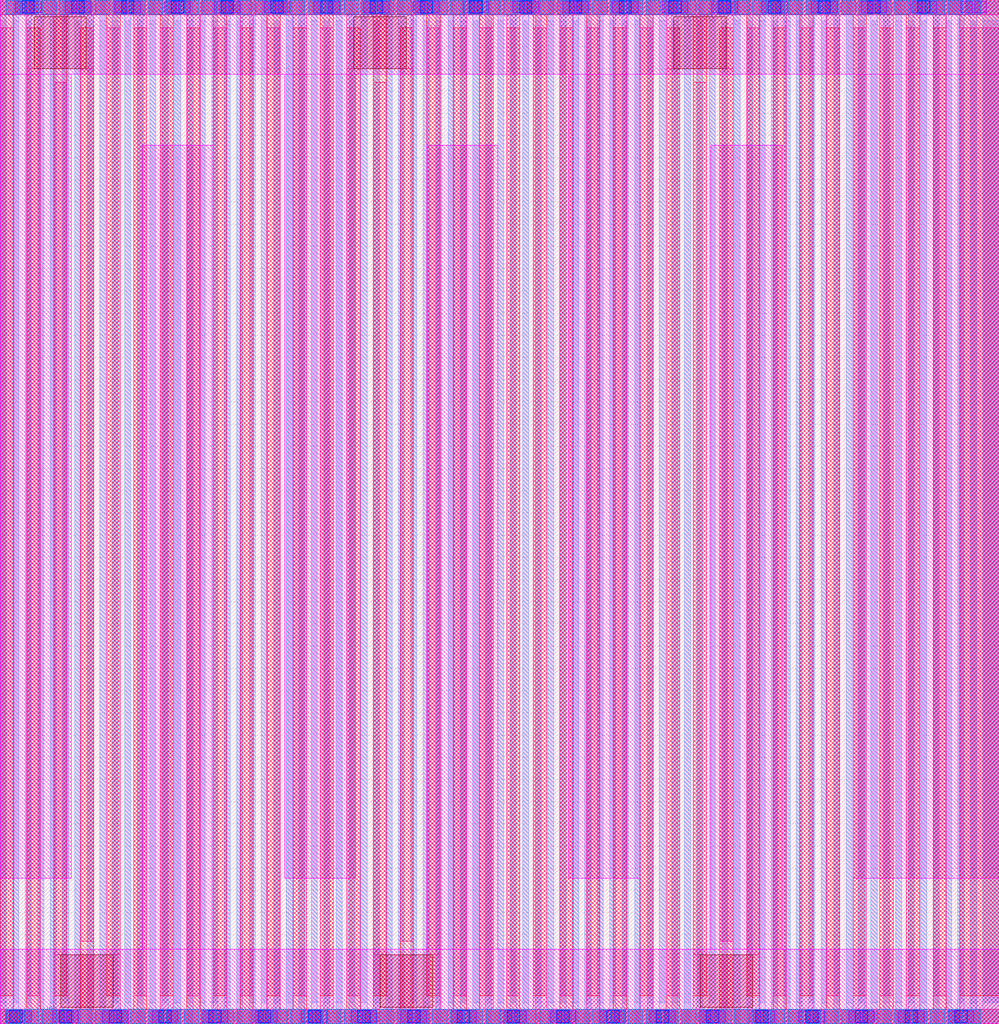
<source format=lef>
# Copyright 2020 The SkyWater PDK Authors
#
# Licensed under the Apache License, Version 2.0 (the "License");
# you may not use this file except in compliance with the License.
# You may obtain a copy of the License at
#
#     https://www.apache.org/licenses/LICENSE-2.0
#
# Unless required by applicable law or agreed to in writing, software
# distributed under the License is distributed on an "AS IS" BASIS,
# WITHOUT WARRANTIES OR CONDITIONS OF ANY KIND, either express or implied.
# See the License for the specific language governing permissions and
# limitations under the License.
#
# SPDX-License-Identifier: Apache-2.0

VERSION 5.7 ;
  NOWIREEXTENSIONATPIN ON ;
  DIVIDERCHAR "/" ;
  BUSBITCHARS "[]" ;
MACRO sky130_fd_pr__cap_vpp_22p5x23p1_pol1m1m2m3m4m5_noshield
  CLASS BLOCK ;
  FOREIGN sky130_fd_pr__cap_vpp_22p5x23p1_pol1m1m2m3m4m5_noshield ;
  ORIGIN  0.000000  0.000000 ;
  SIZE  22.49000 BY  23.05000 ;
  OBS
    LAYER li1 ;
      RECT  0.000000  0.000000 22.490000  0.330000 ;
      RECT  0.000000  0.330000  0.140000 22.580000 ;
      RECT  0.000000 22.720000 22.490000 23.050000 ;
      RECT  0.280000  0.470000  0.420000 22.720000 ;
      RECT  0.560000  0.330000  0.700000 22.580000 ;
      RECT  0.840000  0.470000  0.980000 22.720000 ;
      RECT  1.120000  0.330000  1.260000 22.580000 ;
      RECT  1.400000  0.470000  1.540000 22.720000 ;
      RECT  1.680000  0.330000  1.820000 22.580000 ;
      RECT  1.960000  0.470000  2.100000 22.720000 ;
      RECT  2.240000  0.330000  2.380000 22.580000 ;
      RECT  2.520000  0.470000  2.660000 22.720000 ;
      RECT  2.800000  0.330000  2.940000 22.580000 ;
      RECT  3.080000  0.470000  3.220000 22.720000 ;
      RECT  3.360000  0.330000  3.500000 22.580000 ;
      RECT  3.640000  0.470000  3.780000 22.720000 ;
      RECT  3.920000  0.330000  4.060000 22.580000 ;
      RECT  4.200000  0.470000  4.340000 22.720000 ;
      RECT  4.480000  0.330000  4.620000 22.580000 ;
      RECT  4.760000  0.470000  4.900000 22.720000 ;
      RECT  5.040000  0.330000  5.180000 22.580000 ;
      RECT  5.320000  0.470000  5.460000 22.720000 ;
      RECT  5.600000  0.330000  5.740000 22.580000 ;
      RECT  5.880000  0.470000  6.020000 22.720000 ;
      RECT  6.160000  0.330000  6.300000 22.580000 ;
      RECT  6.440000  0.470000  6.580000 22.720000 ;
      RECT  6.720000  0.330000  6.860000 22.580000 ;
      RECT  7.000000  0.470000  7.140000 22.720000 ;
      RECT  7.280000  0.330000  7.420000 22.580000 ;
      RECT  7.560000  0.470000  7.700000 22.720000 ;
      RECT  7.840000  0.330000  7.980000 22.580000 ;
      RECT  8.120000  0.470000  8.260000 22.720000 ;
      RECT  8.400000  0.330000  8.540000 22.580000 ;
      RECT  8.680000  0.470000  8.820000 22.720000 ;
      RECT  8.960000  0.330000  9.100000 22.580000 ;
      RECT  9.240000  0.470000  9.380000 22.720000 ;
      RECT  9.520000  0.330000  9.660000 22.580000 ;
      RECT  9.800000  0.470000  9.940000 22.720000 ;
      RECT 10.080000  0.330000 10.220000 22.580000 ;
      RECT 10.360000  0.470000 10.500000 22.720000 ;
      RECT 10.640000  0.330000 10.780000 22.580000 ;
      RECT 10.920000  0.470000 11.060000 22.720000 ;
      RECT 11.200000  0.330000 11.340000 22.580000 ;
      RECT 11.480000  0.470000 11.620000 22.720000 ;
      RECT 11.760000  0.330000 11.900000 22.580000 ;
      RECT 12.040000  0.470000 12.180000 22.720000 ;
      RECT 12.320000  0.330000 12.460000 22.580000 ;
      RECT 12.600000  0.470000 12.740000 22.720000 ;
      RECT 12.880000  0.330000 13.020000 22.580000 ;
      RECT 13.160000  0.470000 13.300000 22.720000 ;
      RECT 13.440000  0.330000 13.580000 22.580000 ;
      RECT 13.720000  0.470000 13.860000 22.720000 ;
      RECT 14.000000  0.330000 14.140000 22.580000 ;
      RECT 14.280000  0.470000 14.420000 22.720000 ;
      RECT 14.560000  0.330000 14.700000 22.580000 ;
      RECT 14.840000  0.470000 14.980000 22.720000 ;
      RECT 15.120000  0.330000 15.260000 22.580000 ;
      RECT 15.400000  0.470000 15.540000 22.720000 ;
      RECT 15.680000  0.330000 15.820000 22.580000 ;
      RECT 15.960000  0.470000 16.100000 22.720000 ;
      RECT 16.240000  0.330000 16.380000 22.580000 ;
      RECT 16.520000  0.470000 16.660000 22.720000 ;
      RECT 16.800000  0.330000 16.940000 22.580000 ;
      RECT 17.080000  0.470000 17.220000 22.720000 ;
      RECT 17.360000  0.330000 17.500000 22.580000 ;
      RECT 17.640000  0.470000 17.780000 22.720000 ;
      RECT 17.920000  0.330000 18.060000 22.580000 ;
      RECT 18.200000  0.470000 18.340000 22.720000 ;
      RECT 18.480000  0.330000 18.620000 22.580000 ;
      RECT 18.760000  0.470000 18.900000 22.720000 ;
      RECT 19.040000  0.330000 19.180000 22.580000 ;
      RECT 19.320000  0.470000 19.460000 22.720000 ;
      RECT 19.600000  0.330000 19.740000 22.580000 ;
      RECT 19.880000  0.470000 20.020000 22.720000 ;
      RECT 20.160000  0.330000 20.300000 22.580000 ;
      RECT 20.440000  0.470000 20.580000 22.720000 ;
      RECT 20.720000  0.330000 20.860000 22.580000 ;
      RECT 21.000000  0.470000 21.140000 22.720000 ;
      RECT 21.280000  0.330000 21.420000 22.580000 ;
      RECT 21.560000  0.470000 21.700000 22.720000 ;
      RECT 21.840000  0.330000 21.980000 22.580000 ;
      RECT 22.120000  0.470000 22.490000 22.720000 ;
    LAYER mcon ;
      RECT  0.190000  0.080000  0.360000  0.250000 ;
      RECT  0.190000 22.800000  0.360000 22.970000 ;
      RECT  0.550000  0.080000  0.720000  0.250000 ;
      RECT  0.550000 22.800000  0.720000 22.970000 ;
      RECT  0.910000  0.080000  1.080000  0.250000 ;
      RECT  0.910000 22.800000  1.080000 22.970000 ;
      RECT  1.270000  0.080000  1.440000  0.250000 ;
      RECT  1.270000 22.800000  1.440000 22.970000 ;
      RECT  1.630000  0.080000  1.800000  0.250000 ;
      RECT  1.630000 22.800000  1.800000 22.970000 ;
      RECT  1.990000  0.080000  2.160000  0.250000 ;
      RECT  1.990000 22.800000  2.160000 22.970000 ;
      RECT  2.350000  0.080000  2.520000  0.250000 ;
      RECT  2.350000 22.800000  2.520000 22.970000 ;
      RECT  2.710000  0.080000  2.880000  0.250000 ;
      RECT  2.710000 22.800000  2.880000 22.970000 ;
      RECT  3.070000  0.080000  3.240000  0.250000 ;
      RECT  3.070000 22.800000  3.240000 22.970000 ;
      RECT  3.430000  0.080000  3.600000  0.250000 ;
      RECT  3.430000 22.800000  3.600000 22.970000 ;
      RECT  3.790000  0.080000  3.960000  0.250000 ;
      RECT  3.790000 22.800000  3.960000 22.970000 ;
      RECT  4.150000  0.080000  4.320000  0.250000 ;
      RECT  4.150000 22.800000  4.320000 22.970000 ;
      RECT  4.510000  0.080000  4.680000  0.250000 ;
      RECT  4.510000 22.800000  4.680000 22.970000 ;
      RECT  4.870000  0.080000  5.040000  0.250000 ;
      RECT  4.870000 22.800000  5.040000 22.970000 ;
      RECT  5.230000  0.080000  5.400000  0.250000 ;
      RECT  5.230000 22.800000  5.400000 22.970000 ;
      RECT  5.590000  0.080000  5.760000  0.250000 ;
      RECT  5.590000 22.800000  5.760000 22.970000 ;
      RECT  5.950000  0.080000  6.120000  0.250000 ;
      RECT  5.950000 22.800000  6.120000 22.970000 ;
      RECT  6.310000  0.080000  6.480000  0.250000 ;
      RECT  6.310000 22.800000  6.480000 22.970000 ;
      RECT  6.670000  0.080000  6.840000  0.250000 ;
      RECT  6.670000 22.800000  6.840000 22.970000 ;
      RECT  7.030000  0.080000  7.200000  0.250000 ;
      RECT  7.030000 22.800000  7.200000 22.970000 ;
      RECT  7.390000  0.080000  7.560000  0.250000 ;
      RECT  7.390000 22.800000  7.560000 22.970000 ;
      RECT  7.750000  0.080000  7.920000  0.250000 ;
      RECT  7.750000 22.800000  7.920000 22.970000 ;
      RECT  8.110000  0.080000  8.280000  0.250000 ;
      RECT  8.110000 22.800000  8.280000 22.970000 ;
      RECT  8.470000  0.080000  8.640000  0.250000 ;
      RECT  8.470000 22.800000  8.640000 22.970000 ;
      RECT  8.830000  0.080000  9.000000  0.250000 ;
      RECT  8.830000 22.800000  9.000000 22.970000 ;
      RECT  9.190000  0.080000  9.360000  0.250000 ;
      RECT  9.190000 22.800000  9.360000 22.970000 ;
      RECT  9.550000  0.080000  9.720000  0.250000 ;
      RECT  9.550000 22.800000  9.720000 22.970000 ;
      RECT  9.910000  0.080000 10.080000  0.250000 ;
      RECT  9.910000 22.800000 10.080000 22.970000 ;
      RECT 10.270000  0.080000 10.440000  0.250000 ;
      RECT 10.270000 22.800000 10.440000 22.970000 ;
      RECT 10.630000  0.080000 10.800000  0.250000 ;
      RECT 10.630000 22.800000 10.800000 22.970000 ;
      RECT 10.990000  0.080000 11.160000  0.250000 ;
      RECT 10.990000 22.800000 11.160000 22.970000 ;
      RECT 11.350000  0.080000 11.520000  0.250000 ;
      RECT 11.350000 22.800000 11.520000 22.970000 ;
      RECT 11.710000  0.080000 11.880000  0.250000 ;
      RECT 11.710000 22.800000 11.880000 22.970000 ;
      RECT 12.070000  0.080000 12.240000  0.250000 ;
      RECT 12.070000 22.800000 12.240000 22.970000 ;
      RECT 12.430000  0.080000 12.600000  0.250000 ;
      RECT 12.430000 22.800000 12.600000 22.970000 ;
      RECT 12.790000  0.080000 12.960000  0.250000 ;
      RECT 12.790000 22.800000 12.960000 22.970000 ;
      RECT 13.150000  0.080000 13.320000  0.250000 ;
      RECT 13.150000 22.800000 13.320000 22.970000 ;
      RECT 13.510000  0.080000 13.680000  0.250000 ;
      RECT 13.510000 22.800000 13.680000 22.970000 ;
      RECT 13.870000  0.080000 14.040000  0.250000 ;
      RECT 13.870000 22.800000 14.040000 22.970000 ;
      RECT 14.230000  0.080000 14.400000  0.250000 ;
      RECT 14.230000 22.800000 14.400000 22.970000 ;
      RECT 14.590000  0.080000 14.760000  0.250000 ;
      RECT 14.590000 22.800000 14.760000 22.970000 ;
      RECT 14.950000  0.080000 15.120000  0.250000 ;
      RECT 14.950000 22.800000 15.120000 22.970000 ;
      RECT 15.310000  0.080000 15.480000  0.250000 ;
      RECT 15.310000 22.800000 15.480000 22.970000 ;
      RECT 15.670000  0.080000 15.840000  0.250000 ;
      RECT 15.670000 22.800000 15.840000 22.970000 ;
      RECT 16.030000  0.080000 16.200000  0.250000 ;
      RECT 16.030000 22.800000 16.200000 22.970000 ;
      RECT 16.390000  0.080000 16.560000  0.250000 ;
      RECT 16.390000 22.800000 16.560000 22.970000 ;
      RECT 16.750000  0.080000 16.920000  0.250000 ;
      RECT 16.750000 22.800000 16.920000 22.970000 ;
      RECT 17.110000  0.080000 17.280000  0.250000 ;
      RECT 17.110000 22.800000 17.280000 22.970000 ;
      RECT 17.470000  0.080000 17.640000  0.250000 ;
      RECT 17.470000 22.800000 17.640000 22.970000 ;
      RECT 17.830000  0.080000 18.000000  0.250000 ;
      RECT 17.830000 22.800000 18.000000 22.970000 ;
      RECT 18.190000  0.080000 18.360000  0.250000 ;
      RECT 18.190000 22.800000 18.360000 22.970000 ;
      RECT 18.550000  0.080000 18.720000  0.250000 ;
      RECT 18.550000 22.800000 18.720000 22.970000 ;
      RECT 18.910000  0.080000 19.080000  0.250000 ;
      RECT 18.910000 22.800000 19.080000 22.970000 ;
      RECT 19.270000  0.080000 19.440000  0.250000 ;
      RECT 19.270000 22.800000 19.440000 22.970000 ;
      RECT 19.630000  0.080000 19.800000  0.250000 ;
      RECT 19.630000 22.800000 19.800000 22.970000 ;
      RECT 19.990000  0.080000 20.160000  0.250000 ;
      RECT 19.990000 22.800000 20.160000 22.970000 ;
      RECT 20.350000  0.080000 20.520000  0.250000 ;
      RECT 20.350000 22.800000 20.520000 22.970000 ;
      RECT 20.710000  0.080000 20.880000  0.250000 ;
      RECT 20.710000 22.800000 20.880000 22.970000 ;
      RECT 21.070000  0.080000 21.240000  0.250000 ;
      RECT 21.070000 22.800000 21.240000 22.970000 ;
      RECT 21.430000  0.080000 21.600000  0.250000 ;
      RECT 21.430000 22.800000 21.600000 22.970000 ;
      RECT 21.790000  0.080000 21.960000  0.250000 ;
      RECT 21.790000 22.800000 21.960000 22.970000 ;
    LAYER met1 ;
      RECT  0.000000  0.000000 22.490000  0.330000 ;
      RECT  0.000000  0.470000  0.140000 22.720000 ;
      RECT  0.000000 22.720000 22.490000 23.050000 ;
      RECT  0.280000  0.330000  0.420000 22.580000 ;
      RECT  0.560000  0.470000  0.700000 22.720000 ;
      RECT  0.840000  0.330000  0.980000 22.580000 ;
      RECT  1.120000  0.470000  1.260000 22.720000 ;
      RECT  1.400000  0.330000  1.540000 22.580000 ;
      RECT  1.680000  0.470000  1.820000 22.720000 ;
      RECT  1.960000  0.330000  2.100000 22.580000 ;
      RECT  2.240000  0.470000  2.380000 22.720000 ;
      RECT  2.520000  0.330000  2.660000 22.580000 ;
      RECT  2.800000  0.470000  2.940000 22.720000 ;
      RECT  3.080000  0.330000  3.220000 22.580000 ;
      RECT  3.360000  0.470000  3.500000 22.720000 ;
      RECT  3.640000  0.330000  3.780000 22.580000 ;
      RECT  3.920000  0.470000  4.060000 22.720000 ;
      RECT  4.200000  0.330000  4.340000 22.580000 ;
      RECT  4.480000  0.470000  4.620000 22.720000 ;
      RECT  4.760000  0.330000  4.900000 22.580000 ;
      RECT  5.040000  0.470000  5.180000 22.720000 ;
      RECT  5.320000  0.330000  5.460000 22.580000 ;
      RECT  5.600000  0.470000  5.740000 22.720000 ;
      RECT  5.880000  0.330000  6.020000 22.580000 ;
      RECT  6.160000  0.470000  6.300000 22.720000 ;
      RECT  6.440000  0.330000  6.580000 22.580000 ;
      RECT  6.720000  0.470000  6.860000 22.720000 ;
      RECT  7.000000  0.330000  7.140000 22.580000 ;
      RECT  7.280000  0.470000  7.420000 22.720000 ;
      RECT  7.560000  0.330000  7.700000 22.580000 ;
      RECT  7.840000  0.470000  7.980000 22.720000 ;
      RECT  8.120000  0.330000  8.260000 22.580000 ;
      RECT  8.400000  0.470000  8.540000 22.720000 ;
      RECT  8.680000  0.330000  8.820000 22.580000 ;
      RECT  8.960000  0.470000  9.100000 22.720000 ;
      RECT  9.240000  0.330000  9.380000 22.580000 ;
      RECT  9.520000  0.470000  9.660000 22.720000 ;
      RECT  9.800000  0.330000  9.940000 22.580000 ;
      RECT 10.080000  0.470000 10.220000 22.720000 ;
      RECT 10.360000  0.330000 10.500000 22.580000 ;
      RECT 10.640000  0.470000 10.780000 22.720000 ;
      RECT 10.920000  0.330000 11.060000 22.580000 ;
      RECT 11.200000  0.470000 11.340000 22.720000 ;
      RECT 11.480000  0.330000 11.620000 22.580000 ;
      RECT 11.760000  0.470000 11.900000 22.720000 ;
      RECT 12.040000  0.330000 12.180000 22.580000 ;
      RECT 12.320000  0.470000 12.460000 22.720000 ;
      RECT 12.600000  0.330000 12.740000 22.580000 ;
      RECT 12.880000  0.470000 13.020000 22.720000 ;
      RECT 13.160000  0.330000 13.300000 22.580000 ;
      RECT 13.440000  0.470000 13.580000 22.720000 ;
      RECT 13.720000  0.330000 13.860000 22.580000 ;
      RECT 14.000000  0.470000 14.140000 22.720000 ;
      RECT 14.280000  0.330000 14.420000 22.580000 ;
      RECT 14.560000  0.470000 14.700000 22.720000 ;
      RECT 14.840000  0.330000 14.980000 22.580000 ;
      RECT 15.120000  0.470000 15.260000 22.720000 ;
      RECT 15.400000  0.330000 15.540000 22.580000 ;
      RECT 15.680000  0.470000 15.820000 22.720000 ;
      RECT 15.960000  0.330000 16.100000 22.580000 ;
      RECT 16.240000  0.470000 16.380000 22.720000 ;
      RECT 16.520000  0.330000 16.660000 22.580000 ;
      RECT 16.800000  0.470000 16.940000 22.720000 ;
      RECT 17.080000  0.330000 17.220000 22.580000 ;
      RECT 17.360000  0.470000 17.500000 22.720000 ;
      RECT 17.640000  0.330000 17.780000 22.580000 ;
      RECT 17.920000  0.470000 18.060000 22.720000 ;
      RECT 18.200000  0.330000 18.340000 22.580000 ;
      RECT 18.480000  0.470000 18.620000 22.720000 ;
      RECT 18.760000  0.330000 18.900000 22.580000 ;
      RECT 19.040000  0.470000 19.180000 22.720000 ;
      RECT 19.320000  0.330000 19.460000 22.580000 ;
      RECT 19.600000  0.470000 19.740000 22.720000 ;
      RECT 19.880000  0.330000 20.020000 22.580000 ;
      RECT 20.160000  0.470000 20.300000 22.720000 ;
      RECT 20.440000  0.330000 20.580000 22.580000 ;
      RECT 20.720000  0.470000 20.860000 22.720000 ;
      RECT 21.000000  0.330000 21.140000 22.580000 ;
      RECT 21.280000  0.470000 21.420000 22.720000 ;
      RECT 21.560000  0.330000 21.700000 22.580000 ;
      RECT 21.840000  0.470000 21.980000 22.720000 ;
      RECT 22.120000  0.330000 22.490000 22.580000 ;
    LAYER met2 ;
      RECT  0.000000  0.000000  0.700000  0.330000 ;
      RECT  0.000000  0.330000  0.140000 23.050000 ;
      RECT  0.280000  0.470000  0.420000 22.720000 ;
      RECT  0.280000 22.720000  0.980000 23.050000 ;
      RECT  0.560000  0.330000  0.700000 22.580000 ;
      RECT  0.840000  0.000000  0.980000 22.720000 ;
      RECT  1.120000  0.000000  1.820000  0.330000 ;
      RECT  1.120000  0.330000  1.260000 23.050000 ;
      RECT  1.400000  0.470000  1.540000 22.720000 ;
      RECT  1.400000 22.720000  2.100000 23.050000 ;
      RECT  1.680000  0.330000  1.820000 22.580000 ;
      RECT  1.960000  0.000000  2.100000 22.720000 ;
      RECT  2.240000  0.000000  2.940000  0.330000 ;
      RECT  2.240000  0.330000  2.380000 23.050000 ;
      RECT  2.520000  0.470000  2.660000 22.720000 ;
      RECT  2.520000 22.720000  3.220000 23.050000 ;
      RECT  2.800000  0.330000  2.940000 22.580000 ;
      RECT  3.080000  0.000000  3.220000 22.720000 ;
      RECT  3.360000  0.000000  4.060000  0.330000 ;
      RECT  3.360000  0.330000  3.500000 23.050000 ;
      RECT  3.640000  0.470000  3.780000 22.720000 ;
      RECT  3.640000 22.720000  4.340000 23.050000 ;
      RECT  3.920000  0.330000  4.060000 22.580000 ;
      RECT  4.200000  0.000000  4.340000 22.720000 ;
      RECT  4.480000  0.000000  5.180000  0.330000 ;
      RECT  4.480000  0.330000  4.620000 23.050000 ;
      RECT  4.760000  0.470000  4.900000 22.720000 ;
      RECT  4.760000 22.720000  5.460000 23.050000 ;
      RECT  5.040000  0.330000  5.180000 22.580000 ;
      RECT  5.320000  0.000000  5.460000 22.720000 ;
      RECT  5.600000  0.000000  6.300000  0.330000 ;
      RECT  5.600000  0.330000  5.740000 23.050000 ;
      RECT  5.880000  0.470000  6.020000 22.720000 ;
      RECT  5.880000 22.720000  6.580000 23.050000 ;
      RECT  6.160000  0.330000  6.300000 22.580000 ;
      RECT  6.440000  0.000000  6.580000 22.720000 ;
      RECT  6.720000  0.000000  7.420000  0.330000 ;
      RECT  6.720000  0.330000  6.860000 23.050000 ;
      RECT  7.000000  0.470000  7.140000 22.720000 ;
      RECT  7.000000 22.720000  7.700000 23.050000 ;
      RECT  7.280000  0.330000  7.420000 22.580000 ;
      RECT  7.560000  0.000000  7.700000 22.720000 ;
      RECT  7.840000  0.000000  8.540000  0.330000 ;
      RECT  7.840000  0.330000  7.980000 23.050000 ;
      RECT  8.120000  0.470000  8.260000 22.720000 ;
      RECT  8.120000 22.720000  8.820000 23.050000 ;
      RECT  8.400000  0.330000  8.540000 22.580000 ;
      RECT  8.680000  0.000000  8.820000 22.720000 ;
      RECT  8.960000  0.000000  9.660000  0.330000 ;
      RECT  8.960000  0.330000  9.100000 23.050000 ;
      RECT  9.240000  0.470000  9.380000 22.720000 ;
      RECT  9.240000 22.720000  9.940000 23.050000 ;
      RECT  9.520000  0.330000  9.660000 22.580000 ;
      RECT  9.800000  0.000000  9.940000 22.720000 ;
      RECT 10.080000  0.000000 10.780000  0.330000 ;
      RECT 10.080000  0.330000 10.220000 23.050000 ;
      RECT 10.360000  0.470000 10.500000 22.720000 ;
      RECT 10.360000 22.720000 11.060000 23.050000 ;
      RECT 10.640000  0.330000 10.780000 22.580000 ;
      RECT 10.920000  0.000000 11.060000 22.720000 ;
      RECT 11.200000  0.000000 11.900000  0.330000 ;
      RECT 11.200000  0.330000 11.340000 23.050000 ;
      RECT 11.480000  0.470000 11.620000 22.720000 ;
      RECT 11.480000 22.720000 12.180000 23.050000 ;
      RECT 11.760000  0.330000 11.900000 22.580000 ;
      RECT 12.040000  0.000000 12.180000 22.720000 ;
      RECT 12.320000  0.000000 13.020000  0.330000 ;
      RECT 12.320000  0.330000 12.460000 23.050000 ;
      RECT 12.600000  0.470000 12.740000 22.720000 ;
      RECT 12.600000 22.720000 13.300000 23.050000 ;
      RECT 12.880000  0.330000 13.020000 22.580000 ;
      RECT 13.160000  0.000000 13.300000 22.720000 ;
      RECT 13.440000  0.000000 14.140000  0.330000 ;
      RECT 13.440000  0.330000 13.580000 23.050000 ;
      RECT 13.720000  0.470000 13.860000 22.720000 ;
      RECT 13.720000 22.720000 14.420000 23.050000 ;
      RECT 14.000000  0.330000 14.140000 22.580000 ;
      RECT 14.280000  0.000000 14.420000 22.720000 ;
      RECT 14.560000  0.000000 15.260000  0.330000 ;
      RECT 14.560000  0.330000 14.700000 23.050000 ;
      RECT 14.840000  0.470000 14.980000 22.720000 ;
      RECT 14.840000 22.720000 15.540000 23.050000 ;
      RECT 15.120000  0.330000 15.260000 22.580000 ;
      RECT 15.400000  0.000000 15.540000 22.720000 ;
      RECT 15.680000  0.000000 16.380000  0.330000 ;
      RECT 15.680000  0.330000 15.820000 23.050000 ;
      RECT 15.960000  0.470000 16.100000 22.720000 ;
      RECT 15.960000 22.720000 16.660000 23.050000 ;
      RECT 16.240000  0.330000 16.380000 22.580000 ;
      RECT 16.520000  0.000000 16.660000 22.720000 ;
      RECT 16.800000  0.000000 17.500000  0.330000 ;
      RECT 16.800000  0.330000 16.940000 23.050000 ;
      RECT 17.080000  0.470000 17.220000 22.720000 ;
      RECT 17.080000 22.720000 17.780000 23.050000 ;
      RECT 17.360000  0.330000 17.500000 22.580000 ;
      RECT 17.640000  0.000000 17.780000 22.720000 ;
      RECT 17.920000  0.000000 18.620000  0.330000 ;
      RECT 17.920000  0.330000 18.060000 23.050000 ;
      RECT 18.200000  0.470000 18.340000 22.720000 ;
      RECT 18.200000 22.720000 18.900000 23.050000 ;
      RECT 18.480000  0.330000 18.620000 22.580000 ;
      RECT 18.760000  0.000000 18.900000 22.720000 ;
      RECT 19.040000  0.000000 19.740000  0.330000 ;
      RECT 19.040000  0.330000 19.180000 23.050000 ;
      RECT 19.320000  0.470000 19.460000 22.720000 ;
      RECT 19.320000 22.720000 20.020000 23.050000 ;
      RECT 19.600000  0.330000 19.740000 22.580000 ;
      RECT 19.880000  0.000000 20.020000 22.720000 ;
      RECT 20.160000  0.000000 20.860000  0.330000 ;
      RECT 20.160000  0.330000 20.300000 23.050000 ;
      RECT 20.440000  0.470000 20.580000 22.720000 ;
      RECT 20.440000 22.720000 22.490000 23.050000 ;
      RECT 20.720000  0.330000 20.860000 22.580000 ;
      RECT 21.000000  0.000000 21.140000 22.720000 ;
      RECT 21.280000  0.000000 22.490000  0.330000 ;
      RECT 21.280000  0.330000 21.420000 22.580000 ;
      RECT 21.560000  0.470000 21.700000 22.720000 ;
      RECT 21.840000  0.330000 21.980000 22.580000 ;
      RECT 22.120000  0.470000 22.490000 22.720000 ;
    LAYER met3 ;
      RECT  0.000000  0.000000 22.490000  0.330000 ;
      RECT  0.000000  0.630000  0.300000 22.720000 ;
      RECT  0.000000 22.720000 22.490000 23.050000 ;
      RECT  0.600000  0.330000  0.900000 22.420000 ;
      RECT  1.200000  0.630000  1.500000 22.720000 ;
      RECT  1.800000  0.330000  2.100000 22.420000 ;
      RECT  2.400000  0.630000  2.700000 22.720000 ;
      RECT  3.000000  0.330000  3.300000 22.420000 ;
      RECT  3.600000  0.630000  3.900000 22.720000 ;
      RECT  4.200000  0.330000  4.500000 22.420000 ;
      RECT  4.800000  0.630000  5.100000 22.720000 ;
      RECT  5.400000  0.330000  5.700000 22.420000 ;
      RECT  6.000000  0.630000  6.300000 22.720000 ;
      RECT  6.600000  0.330000  6.900000 22.420000 ;
      RECT  7.200000  0.630000  7.500000 22.720000 ;
      RECT  7.800000  0.330000  8.100000 22.420000 ;
      RECT  8.400000  0.630000  8.700000 22.720000 ;
      RECT  9.000000  0.330000  9.300000 22.420000 ;
      RECT  9.600000  0.630000  9.900000 22.720000 ;
      RECT 10.200000  0.330000 10.500000 22.420000 ;
      RECT 10.800000  0.630000 11.100000 22.720000 ;
      RECT 11.400000  0.330000 11.700000 22.420000 ;
      RECT 12.000000  0.630000 12.300000 22.720000 ;
      RECT 12.600000  0.330000 12.900000 22.420000 ;
      RECT 13.200000  0.630000 13.500000 22.720000 ;
      RECT 13.800000  0.330000 14.100000 22.420000 ;
      RECT 14.400000  0.630000 14.700000 22.720000 ;
      RECT 15.000000  0.330000 15.300000 22.420000 ;
      RECT 15.600000  0.630000 15.900000 22.720000 ;
      RECT 16.200000  0.330000 16.500000 22.420000 ;
      RECT 16.800000  0.630000 17.100000 22.720000 ;
      RECT 17.400000  0.330000 17.700000 22.420000 ;
      RECT 18.000000  0.630000 18.300000 22.720000 ;
      RECT 18.600000  0.330000 18.900000 22.420000 ;
      RECT 19.200000  0.630000 19.500000 22.720000 ;
      RECT 19.800000  0.330000 20.100000 22.420000 ;
      RECT 20.400000  0.630000 20.700000 22.720000 ;
      RECT 21.000000  0.330000 21.300000 22.420000 ;
      RECT 21.600000  0.630000 22.490000 22.720000 ;
    LAYER met4 ;
      RECT  0.000000  0.000000 22.490000  0.330000 ;
      RECT  0.000000  0.330000  0.300000 22.420000 ;
      RECT  0.000000 22.720000 22.490000 23.050000 ;
      RECT  0.600000  0.630000  0.900000 21.495000 ;
      RECT  0.600000 21.495000  2.100000 22.720000 ;
      RECT  1.200000  0.330000  2.700000  1.555000 ;
      RECT  1.200000  1.555000  1.500000 21.195000 ;
      RECT  1.800000  1.855000  2.100000 21.495000 ;
      RECT  2.400000  1.555000  2.700000 22.420000 ;
      RECT  3.000000  0.630000  3.300000 22.720000 ;
      RECT  3.600000  0.330000  3.900000 22.420000 ;
      RECT  4.200000  0.630000  4.500000 22.720000 ;
      RECT  4.800000  0.330000  5.100000 22.420000 ;
      RECT  5.400000  0.630000  5.700000 22.720000 ;
      RECT  6.000000  0.330000  6.300000 22.420000 ;
      RECT  6.600000  0.630000  6.900000 22.720000 ;
      RECT  7.200000  0.330000  7.500000 22.420000 ;
      RECT  7.800000  0.630000  8.100000 21.495000 ;
      RECT  7.800000 21.495000  9.300000 22.720000 ;
      RECT  8.400000  0.330000  9.900000  1.555000 ;
      RECT  8.400000  1.555000  8.700000 21.195000 ;
      RECT  9.000000  1.855000  9.300000 21.495000 ;
      RECT  9.600000  1.555000  9.900000 22.420000 ;
      RECT 10.200000  0.630000 10.500000 22.720000 ;
      RECT 10.800000  0.330000 11.100000 22.420000 ;
      RECT 11.400000  0.630000 11.700000 22.720000 ;
      RECT 12.000000  0.330000 12.300000 22.420000 ;
      RECT 12.600000  0.630000 12.900000 22.720000 ;
      RECT 13.200000  0.330000 13.500000 22.420000 ;
      RECT 13.800000  0.630000 14.100000 22.720000 ;
      RECT 14.400000  0.330000 14.700000 22.420000 ;
      RECT 15.000000  0.630000 15.300000 21.495000 ;
      RECT 15.000000 21.495000 16.500000 22.720000 ;
      RECT 15.600000  0.330000 17.100000  1.555000 ;
      RECT 15.600000  1.555000 15.900000 21.195000 ;
      RECT 16.200000  1.855000 16.500000 21.495000 ;
      RECT 16.800000  1.555000 17.100000 22.420000 ;
      RECT 17.400000  0.630000 17.700000 22.720000 ;
      RECT 18.000000  0.330000 18.300000 22.420000 ;
      RECT 18.600000  0.630000 18.900000 22.720000 ;
      RECT 19.200000  0.330000 19.500000 22.420000 ;
      RECT 19.800000  0.630000 20.100000 22.720000 ;
      RECT 20.400000  0.330000 20.700000 22.420000 ;
      RECT 21.000000  0.630000 21.300000 22.720000 ;
      RECT 21.600000  0.330000 22.490000 22.420000 ;
    LAYER met5 ;
      RECT  0.000000  0.000000 22.490000  1.675000 ;
      RECT  0.000000  3.275000  1.600000 21.375000 ;
      RECT  0.000000 21.375000 22.490000 23.050000 ;
      RECT  3.200000  1.675000  4.800000 19.775000 ;
      RECT  6.400000  3.275000  8.000000 21.375000 ;
      RECT  9.600000  1.675000 11.200000 19.775000 ;
      RECT 12.800000  3.275000 14.400000 21.375000 ;
      RECT 16.000000  1.675000 17.600000 19.775000 ;
      RECT 19.200000  3.275000 22.490000 21.375000 ;
    LAYER via ;
      RECT  0.120000  0.035000  0.380000  0.295000 ;
      RECT  0.340000 22.755000  0.600000 23.015000 ;
      RECT  0.440000  0.035000  0.700000  0.295000 ;
      RECT  0.660000 22.755000  0.920000 23.015000 ;
      RECT  1.180000  0.035000  1.440000  0.295000 ;
      RECT  1.460000 22.755000  1.720000 23.015000 ;
      RECT  1.500000  0.035000  1.760000  0.295000 ;
      RECT  1.780000 22.755000  2.040000 23.015000 ;
      RECT  2.300000  0.035000  2.560000  0.295000 ;
      RECT  2.580000 22.755000  2.840000 23.015000 ;
      RECT  2.620000  0.035000  2.880000  0.295000 ;
      RECT  2.900000 22.755000  3.160000 23.015000 ;
      RECT  3.420000  0.035000  3.680000  0.295000 ;
      RECT  3.700000 22.755000  3.960000 23.015000 ;
      RECT  3.740000  0.035000  4.000000  0.295000 ;
      RECT  4.020000 22.755000  4.280000 23.015000 ;
      RECT  4.540000  0.035000  4.800000  0.295000 ;
      RECT  4.820000 22.755000  5.080000 23.015000 ;
      RECT  4.860000  0.035000  5.120000  0.295000 ;
      RECT  5.140000 22.755000  5.400000 23.015000 ;
      RECT  5.660000  0.035000  5.920000  0.295000 ;
      RECT  5.940000 22.755000  6.200000 23.015000 ;
      RECT  5.980000  0.035000  6.240000  0.295000 ;
      RECT  6.260000 22.755000  6.520000 23.015000 ;
      RECT  6.780000  0.035000  7.040000  0.295000 ;
      RECT  7.060000 22.755000  7.320000 23.015000 ;
      RECT  7.100000  0.035000  7.360000  0.295000 ;
      RECT  7.380000 22.755000  7.640000 23.015000 ;
      RECT  7.900000  0.035000  8.160000  0.295000 ;
      RECT  8.180000 22.755000  8.440000 23.015000 ;
      RECT  8.220000  0.035000  8.480000  0.295000 ;
      RECT  8.500000 22.755000  8.760000 23.015000 ;
      RECT  9.020000  0.035000  9.280000  0.295000 ;
      RECT  9.300000 22.755000  9.560000 23.015000 ;
      RECT  9.340000  0.035000  9.600000  0.295000 ;
      RECT  9.620000 22.755000  9.880000 23.015000 ;
      RECT 10.140000  0.035000 10.400000  0.295000 ;
      RECT 10.420000 22.755000 10.680000 23.015000 ;
      RECT 10.460000  0.035000 10.720000  0.295000 ;
      RECT 10.740000 22.755000 11.000000 23.015000 ;
      RECT 11.260000  0.035000 11.520000  0.295000 ;
      RECT 11.540000 22.755000 11.800000 23.015000 ;
      RECT 11.580000  0.035000 11.840000  0.295000 ;
      RECT 11.860000 22.755000 12.120000 23.015000 ;
      RECT 12.380000  0.035000 12.640000  0.295000 ;
      RECT 12.660000 22.755000 12.920000 23.015000 ;
      RECT 12.700000  0.035000 12.960000  0.295000 ;
      RECT 12.980000 22.755000 13.240000 23.015000 ;
      RECT 13.500000  0.035000 13.760000  0.295000 ;
      RECT 13.780000 22.755000 14.040000 23.015000 ;
      RECT 13.820000  0.035000 14.080000  0.295000 ;
      RECT 14.100000 22.755000 14.360000 23.015000 ;
      RECT 14.620000  0.035000 14.880000  0.295000 ;
      RECT 14.900000 22.755000 15.160000 23.015000 ;
      RECT 14.940000  0.035000 15.200000  0.295000 ;
      RECT 15.220000 22.755000 15.480000 23.015000 ;
      RECT 15.740000  0.035000 16.000000  0.295000 ;
      RECT 16.020000 22.755000 16.280000 23.015000 ;
      RECT 16.060000  0.035000 16.320000  0.295000 ;
      RECT 16.340000 22.755000 16.600000 23.015000 ;
      RECT 16.860000  0.035000 17.120000  0.295000 ;
      RECT 17.140000 22.755000 17.400000 23.015000 ;
      RECT 17.180000  0.035000 17.440000  0.295000 ;
      RECT 17.460000 22.755000 17.720000 23.015000 ;
      RECT 17.980000  0.035000 18.240000  0.295000 ;
      RECT 18.260000 22.755000 18.520000 23.015000 ;
      RECT 18.300000  0.035000 18.560000  0.295000 ;
      RECT 18.580000 22.755000 18.840000 23.015000 ;
      RECT 19.100000  0.035000 19.360000  0.295000 ;
      RECT 19.380000 22.755000 19.640000 23.015000 ;
      RECT 19.420000  0.035000 19.680000  0.295000 ;
      RECT 19.700000 22.755000 19.960000 23.015000 ;
      RECT 20.220000  0.035000 20.480000  0.295000 ;
      RECT 20.500000 22.755000 20.760000 23.015000 ;
      RECT 20.540000  0.035000 20.800000  0.295000 ;
      RECT 20.820000 22.755000 21.080000 23.015000 ;
      RECT 21.340000  0.035000 21.600000  0.295000 ;
      RECT 21.620000 22.755000 21.880000 23.015000 ;
      RECT 21.660000  0.035000 21.920000  0.295000 ;
      RECT 21.940000 22.755000 22.200000 23.015000 ;
    LAYER via2 ;
      RECT  0.210000  0.025000  0.490000  0.305000 ;
      RECT  0.490000 22.745000  0.770000 23.025000 ;
      RECT  1.330000  0.025000  1.610000  0.305000 ;
      RECT  1.610000 22.745000  1.890000 23.025000 ;
      RECT  2.450000  0.025000  2.730000  0.305000 ;
      RECT  2.730000 22.745000  3.010000 23.025000 ;
      RECT  3.570000  0.025000  3.850000  0.305000 ;
      RECT  3.850000 22.745000  4.130000 23.025000 ;
      RECT  4.690000  0.025000  4.970000  0.305000 ;
      RECT  4.970000 22.745000  5.250000 23.025000 ;
      RECT  5.810000  0.025000  6.090000  0.305000 ;
      RECT  6.090000 22.745000  6.370000 23.025000 ;
      RECT  6.930000  0.025000  7.210000  0.305000 ;
      RECT  7.210000 22.745000  7.490000 23.025000 ;
      RECT  8.050000  0.025000  8.330000  0.305000 ;
      RECT  8.330000 22.745000  8.610000 23.025000 ;
      RECT  9.170000  0.025000  9.450000  0.305000 ;
      RECT  9.450000 22.745000  9.730000 23.025000 ;
      RECT 10.290000  0.025000 10.570000  0.305000 ;
      RECT 10.570000 22.745000 10.850000 23.025000 ;
      RECT 11.410000  0.025000 11.690000  0.305000 ;
      RECT 11.690000 22.745000 11.970000 23.025000 ;
      RECT 12.530000  0.025000 12.810000  0.305000 ;
      RECT 12.810000 22.745000 13.090000 23.025000 ;
      RECT 13.650000  0.025000 13.930000  0.305000 ;
      RECT 13.930000 22.745000 14.210000 23.025000 ;
      RECT 14.770000  0.025000 15.050000  0.305000 ;
      RECT 15.050000 22.745000 15.330000 23.025000 ;
      RECT 15.890000  0.025000 16.170000  0.305000 ;
      RECT 16.170000 22.745000 16.450000 23.025000 ;
      RECT 17.010000  0.025000 17.290000  0.305000 ;
      RECT 17.290000 22.745000 17.570000 23.025000 ;
      RECT 18.130000  0.025000 18.410000  0.305000 ;
      RECT 18.410000 22.745000 18.690000 23.025000 ;
      RECT 19.250000  0.025000 19.530000  0.305000 ;
      RECT 19.530000 22.745000 19.810000 23.025000 ;
      RECT 20.370000  0.025000 20.650000  0.305000 ;
      RECT 20.650000 22.745000 20.930000 23.025000 ;
      RECT 21.490000  0.025000 21.770000  0.305000 ;
    LAYER via3 ;
      RECT  0.140000  0.005000  0.460000  0.325000 ;
      RECT  0.140000 22.725000  0.460000 23.045000 ;
      RECT  0.540000  0.005000  0.860000  0.325000 ;
      RECT  0.540000 22.725000  0.860000 23.045000 ;
      RECT  0.940000  0.005000  1.260000  0.325000 ;
      RECT  0.940000 22.725000  1.260000 23.045000 ;
      RECT  1.340000  0.005000  1.660000  0.325000 ;
      RECT  1.340000 22.725000  1.660000 23.045000 ;
      RECT  1.740000  0.005000  2.060000  0.325000 ;
      RECT  1.740000 22.725000  2.060000 23.045000 ;
      RECT  2.140000  0.005000  2.460000  0.325000 ;
      RECT  2.140000 22.725000  2.460000 23.045000 ;
      RECT  2.540000  0.005000  2.860000  0.325000 ;
      RECT  2.540000 22.725000  2.860000 23.045000 ;
      RECT  2.940000  0.005000  3.260000  0.325000 ;
      RECT  2.940000 22.725000  3.260000 23.045000 ;
      RECT  3.340000  0.005000  3.660000  0.325000 ;
      RECT  3.340000 22.725000  3.660000 23.045000 ;
      RECT  3.740000  0.005000  4.060000  0.325000 ;
      RECT  3.740000 22.725000  4.060000 23.045000 ;
      RECT  4.140000  0.005000  4.460000  0.325000 ;
      RECT  4.140000 22.725000  4.460000 23.045000 ;
      RECT  4.540000  0.005000  4.860000  0.325000 ;
      RECT  4.540000 22.725000  4.860000 23.045000 ;
      RECT  4.940000  0.005000  5.260000  0.325000 ;
      RECT  4.940000 22.725000  5.260000 23.045000 ;
      RECT  5.340000  0.005000  5.660000  0.325000 ;
      RECT  5.340000 22.725000  5.660000 23.045000 ;
      RECT  5.740000  0.005000  6.060000  0.325000 ;
      RECT  5.740000 22.725000  6.060000 23.045000 ;
      RECT  6.140000  0.005000  6.460000  0.325000 ;
      RECT  6.140000 22.725000  6.460000 23.045000 ;
      RECT  6.540000  0.005000  6.860000  0.325000 ;
      RECT  6.540000 22.725000  6.860000 23.045000 ;
      RECT  6.940000  0.005000  7.260000  0.325000 ;
      RECT  6.940000 22.725000  7.260000 23.045000 ;
      RECT  7.340000  0.005000  7.660000  0.325000 ;
      RECT  7.340000 22.725000  7.660000 23.045000 ;
      RECT  7.740000  0.005000  8.060000  0.325000 ;
      RECT  7.740000 22.725000  8.060000 23.045000 ;
      RECT  8.140000  0.005000  8.460000  0.325000 ;
      RECT  8.140000 22.725000  8.460000 23.045000 ;
      RECT  8.540000  0.005000  8.860000  0.325000 ;
      RECT  8.540000 22.725000  8.860000 23.045000 ;
      RECT  8.940000  0.005000  9.260000  0.325000 ;
      RECT  8.940000 22.725000  9.260000 23.045000 ;
      RECT  9.340000  0.005000  9.660000  0.325000 ;
      RECT  9.340000 22.725000  9.660000 23.045000 ;
      RECT  9.740000  0.005000 10.060000  0.325000 ;
      RECT  9.740000 22.725000 10.060000 23.045000 ;
      RECT 10.140000  0.005000 10.460000  0.325000 ;
      RECT 10.140000 22.725000 10.460000 23.045000 ;
      RECT 10.540000  0.005000 10.860000  0.325000 ;
      RECT 10.540000 22.725000 10.860000 23.045000 ;
      RECT 10.940000  0.005000 11.260000  0.325000 ;
      RECT 10.940000 22.725000 11.260000 23.045000 ;
      RECT 11.340000  0.005000 11.660000  0.325000 ;
      RECT 11.340000 22.725000 11.660000 23.045000 ;
      RECT 11.740000  0.005000 12.060000  0.325000 ;
      RECT 11.740000 22.725000 12.060000 23.045000 ;
      RECT 12.140000  0.005000 12.460000  0.325000 ;
      RECT 12.140000 22.725000 12.460000 23.045000 ;
      RECT 12.540000  0.005000 12.860000  0.325000 ;
      RECT 12.540000 22.725000 12.860000 23.045000 ;
      RECT 12.940000  0.005000 13.260000  0.325000 ;
      RECT 12.940000 22.725000 13.260000 23.045000 ;
      RECT 13.340000  0.005000 13.660000  0.325000 ;
      RECT 13.340000 22.725000 13.660000 23.045000 ;
      RECT 13.740000  0.005000 14.060000  0.325000 ;
      RECT 13.740000 22.725000 14.060000 23.045000 ;
      RECT 14.140000  0.005000 14.460000  0.325000 ;
      RECT 14.140000 22.725000 14.460000 23.045000 ;
      RECT 14.540000  0.005000 14.860000  0.325000 ;
      RECT 14.540000 22.725000 14.860000 23.045000 ;
      RECT 14.940000  0.005000 15.260000  0.325000 ;
      RECT 14.940000 22.725000 15.260000 23.045000 ;
      RECT 15.340000  0.005000 15.660000  0.325000 ;
      RECT 15.340000 22.725000 15.660000 23.045000 ;
      RECT 15.740000  0.005000 16.060000  0.325000 ;
      RECT 15.740000 22.725000 16.060000 23.045000 ;
      RECT 16.140000  0.005000 16.460000  0.325000 ;
      RECT 16.140000 22.725000 16.460000 23.045000 ;
      RECT 16.540000  0.005000 16.860000  0.325000 ;
      RECT 16.540000 22.725000 16.860000 23.045000 ;
      RECT 16.940000  0.005000 17.260000  0.325000 ;
      RECT 16.940000 22.725000 17.260000 23.045000 ;
      RECT 17.340000  0.005000 17.660000  0.325000 ;
      RECT 17.340000 22.725000 17.660000 23.045000 ;
      RECT 17.740000  0.005000 18.060000  0.325000 ;
      RECT 17.740000 22.725000 18.060000 23.045000 ;
      RECT 18.140000  0.005000 18.460000  0.325000 ;
      RECT 18.140000 22.725000 18.460000 23.045000 ;
      RECT 18.540000  0.005000 18.860000  0.325000 ;
      RECT 18.540000 22.725000 18.860000 23.045000 ;
      RECT 18.940000  0.005000 19.260000  0.325000 ;
      RECT 18.940000 22.725000 19.260000 23.045000 ;
      RECT 19.340000  0.005000 19.660000  0.325000 ;
      RECT 19.340000 22.725000 19.660000 23.045000 ;
      RECT 19.740000  0.005000 20.060000  0.325000 ;
      RECT 19.740000 22.725000 20.060000 23.045000 ;
      RECT 20.140000  0.005000 20.460000  0.325000 ;
      RECT 20.140000 22.725000 20.460000 23.045000 ;
      RECT 20.540000  0.005000 20.860000  0.325000 ;
      RECT 20.540000 22.725000 20.860000 23.045000 ;
      RECT 20.940000  0.005000 21.260000  0.325000 ;
      RECT 20.940000 22.725000 21.260000 23.045000 ;
      RECT 21.340000  0.005000 21.660000  0.325000 ;
      RECT 21.340000 22.725000 21.660000 23.045000 ;
      RECT 21.740000  0.005000 22.060000  0.325000 ;
      RECT 21.740000 22.725000 22.060000 23.045000 ;
    LAYER via4 ;
      RECT  0.760000 21.495000  1.940000 22.675000 ;
      RECT  1.360000  0.375000  2.540000  1.555000 ;
      RECT  7.960000 21.495000  9.140000 22.675000 ;
      RECT  8.560000  0.375000  9.740000  1.555000 ;
      RECT 15.160000 21.495000 16.340000 22.675000 ;
      RECT 15.760000  0.375000 16.940000  1.555000 ;
  END
END sky130_fd_pr__cap_vpp_22p5x23p1_pol1m1m2m3m4m5_noshield
END LIBRARY

</source>
